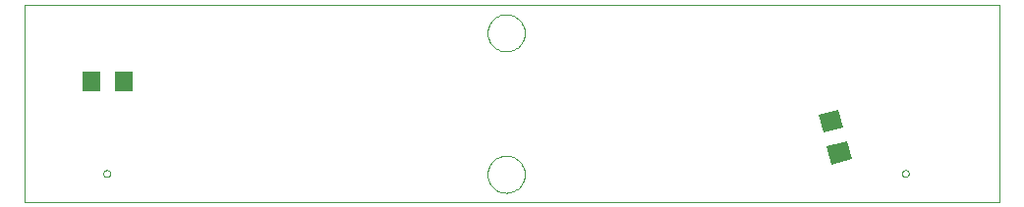
<source format=gbp>
G75*
%MOIN*%
%OFA0B0*%
%FSLAX24Y24*%
%IPPOS*%
%LPD*%
%AMOC8*
5,1,8,0,0,1.08239X$1,22.5*
%
%ADD10C,0.0000*%
%ADD11R,0.0630X0.0710*%
D10*
X000100Y000100D02*
X000100Y006793D01*
X033171Y006793D01*
X033171Y000100D01*
X000100Y000100D01*
X002777Y001069D02*
X002779Y001090D01*
X002785Y001110D01*
X002794Y001130D01*
X002806Y001147D01*
X002821Y001161D01*
X002839Y001173D01*
X002859Y001181D01*
X002879Y001186D01*
X002900Y001187D01*
X002921Y001184D01*
X002941Y001178D01*
X002960Y001167D01*
X002977Y001154D01*
X002990Y001138D01*
X003001Y001120D01*
X003009Y001100D01*
X003013Y001080D01*
X003013Y001058D01*
X003009Y001038D01*
X003001Y001018D01*
X002990Y001000D01*
X002977Y000984D01*
X002960Y000971D01*
X002941Y000960D01*
X002921Y000954D01*
X002900Y000951D01*
X002879Y000952D01*
X002859Y000957D01*
X002839Y000965D01*
X002821Y000977D01*
X002806Y000991D01*
X002794Y001008D01*
X002785Y001028D01*
X002779Y001048D01*
X002777Y001069D01*
X015809Y001045D02*
X015811Y001095D01*
X015817Y001145D01*
X015827Y001194D01*
X015841Y001242D01*
X015858Y001289D01*
X015879Y001334D01*
X015904Y001378D01*
X015932Y001419D01*
X015964Y001458D01*
X015998Y001495D01*
X016035Y001529D01*
X016075Y001559D01*
X016117Y001586D01*
X016161Y001610D01*
X016207Y001631D01*
X016254Y001647D01*
X016302Y001660D01*
X016352Y001669D01*
X016401Y001674D01*
X016452Y001675D01*
X016502Y001672D01*
X016551Y001665D01*
X016600Y001654D01*
X016648Y001639D01*
X016694Y001621D01*
X016739Y001599D01*
X016782Y001573D01*
X016823Y001544D01*
X016862Y001512D01*
X016898Y001477D01*
X016930Y001439D01*
X016960Y001399D01*
X016987Y001356D01*
X017010Y001312D01*
X017029Y001266D01*
X017045Y001218D01*
X017057Y001169D01*
X017065Y001120D01*
X017069Y001070D01*
X017069Y001020D01*
X017065Y000970D01*
X017057Y000921D01*
X017045Y000872D01*
X017029Y000824D01*
X017010Y000778D01*
X016987Y000734D01*
X016960Y000691D01*
X016930Y000651D01*
X016898Y000613D01*
X016862Y000578D01*
X016823Y000546D01*
X016782Y000517D01*
X016739Y000491D01*
X016694Y000469D01*
X016648Y000451D01*
X016600Y000436D01*
X016551Y000425D01*
X016502Y000418D01*
X016452Y000415D01*
X016401Y000416D01*
X016352Y000421D01*
X016302Y000430D01*
X016254Y000443D01*
X016207Y000459D01*
X016161Y000480D01*
X016117Y000504D01*
X016075Y000531D01*
X016035Y000561D01*
X015998Y000595D01*
X015964Y000632D01*
X015932Y000671D01*
X015904Y000712D01*
X015879Y000756D01*
X015858Y000801D01*
X015841Y000848D01*
X015827Y000896D01*
X015817Y000945D01*
X015811Y000995D01*
X015809Y001045D01*
X029864Y001069D02*
X029866Y001090D01*
X029872Y001110D01*
X029881Y001130D01*
X029893Y001147D01*
X029908Y001161D01*
X029926Y001173D01*
X029946Y001181D01*
X029966Y001186D01*
X029987Y001187D01*
X030008Y001184D01*
X030028Y001178D01*
X030047Y001167D01*
X030064Y001154D01*
X030077Y001138D01*
X030088Y001120D01*
X030096Y001100D01*
X030100Y001080D01*
X030100Y001058D01*
X030096Y001038D01*
X030088Y001018D01*
X030077Y001000D01*
X030064Y000984D01*
X030047Y000971D01*
X030028Y000960D01*
X030008Y000954D01*
X029987Y000951D01*
X029966Y000952D01*
X029946Y000957D01*
X029926Y000965D01*
X029908Y000977D01*
X029893Y000991D01*
X029881Y001008D01*
X029872Y001028D01*
X029866Y001048D01*
X029864Y001069D01*
X015809Y005848D02*
X015811Y005898D01*
X015817Y005948D01*
X015827Y005997D01*
X015841Y006045D01*
X015858Y006092D01*
X015879Y006137D01*
X015904Y006181D01*
X015932Y006222D01*
X015964Y006261D01*
X015998Y006298D01*
X016035Y006332D01*
X016075Y006362D01*
X016117Y006389D01*
X016161Y006413D01*
X016207Y006434D01*
X016254Y006450D01*
X016302Y006463D01*
X016352Y006472D01*
X016401Y006477D01*
X016452Y006478D01*
X016502Y006475D01*
X016551Y006468D01*
X016600Y006457D01*
X016648Y006442D01*
X016694Y006424D01*
X016739Y006402D01*
X016782Y006376D01*
X016823Y006347D01*
X016862Y006315D01*
X016898Y006280D01*
X016930Y006242D01*
X016960Y006202D01*
X016987Y006159D01*
X017010Y006115D01*
X017029Y006069D01*
X017045Y006021D01*
X017057Y005972D01*
X017065Y005923D01*
X017069Y005873D01*
X017069Y005823D01*
X017065Y005773D01*
X017057Y005724D01*
X017045Y005675D01*
X017029Y005627D01*
X017010Y005581D01*
X016987Y005537D01*
X016960Y005494D01*
X016930Y005454D01*
X016898Y005416D01*
X016862Y005381D01*
X016823Y005349D01*
X016782Y005320D01*
X016739Y005294D01*
X016694Y005272D01*
X016648Y005254D01*
X016600Y005239D01*
X016551Y005228D01*
X016502Y005221D01*
X016452Y005218D01*
X016401Y005219D01*
X016352Y005224D01*
X016302Y005233D01*
X016254Y005246D01*
X016207Y005262D01*
X016161Y005283D01*
X016117Y005307D01*
X016075Y005334D01*
X016035Y005364D01*
X015998Y005398D01*
X015964Y005435D01*
X015932Y005474D01*
X015904Y005515D01*
X015879Y005559D01*
X015858Y005604D01*
X015841Y005651D01*
X015827Y005699D01*
X015817Y005748D01*
X015811Y005798D01*
X015809Y005848D01*
D11*
X003479Y004206D03*
X002359Y004206D03*
G36*
X027194Y002457D02*
X027031Y003065D01*
X027716Y003249D01*
X027879Y002641D01*
X027194Y002457D01*
G37*
G36*
X027484Y001376D02*
X027321Y001984D01*
X028006Y002168D01*
X028169Y001560D01*
X027484Y001376D01*
G37*
M02*

</source>
